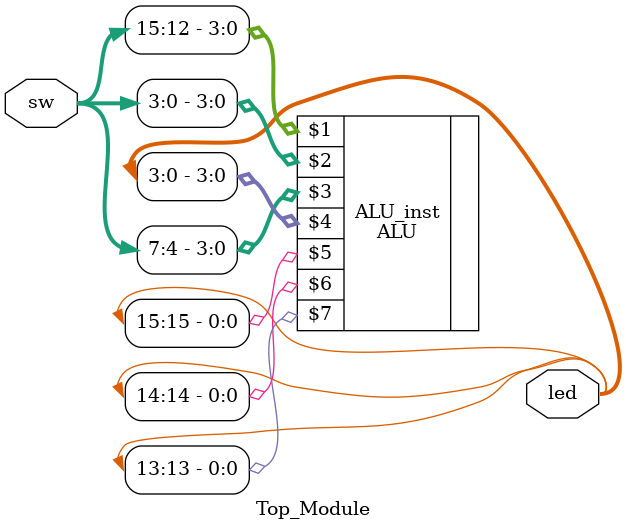
<source format=v>
`timescale 1ns / 1ps


module Top_Module(
    input [15:0] sw,
    output [15:0] led
    );
    ALU ALU_inst(sw[15:12], sw[3:0], sw[7:4], led[3:0], led[15], led[14], led[13]);
endmodule

</source>
